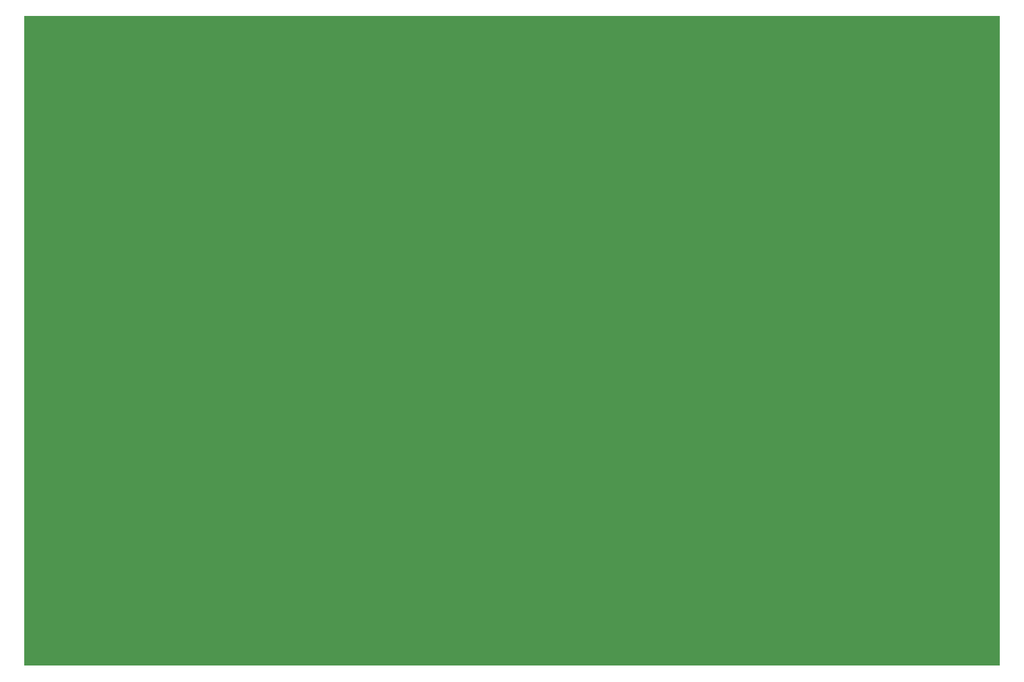
<source format=gbr>
G04 =======================================* 
G04 File Format: RS-274X * 
G04 Date:        November 26 2022 * 
G04 Time:        09:53:56 * 
G04 =======================================* 
G04 Format description *** 
G04 Code:          ASCII * 
G04 Unit:          Millimeter * 
G04 Coordinates:   Absolut * 
G04 Digits:        3.3-format * 
G04 Zeros skipped: Leading zeros omitted * 
G04 =======================================* 
%FSLAX33Y33*%
%MOMM*%
G90*
G71*
%LPD*%
G36*
G01X-75000Y-50000D02*
G01X75000Y-50000D01*
G01X75000Y50000D01*
G01X-75000Y50000D01*
G37*
M02* 
G04 End Of Gerber File* 

</source>
